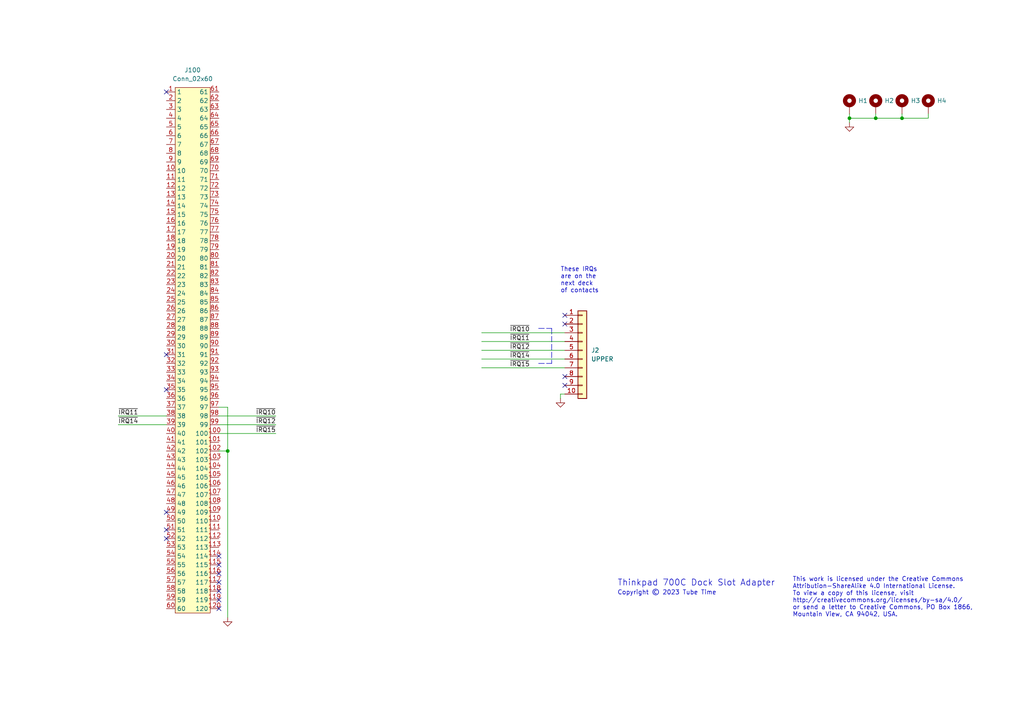
<source format=kicad_sch>
(kicad_sch (version 20211123) (generator eeschema)
  (paper "A4")
  (lib_symbols
    (symbol "700CDock:Conn_02x60"
      (property "Reference" "J" (at 0 2.54 0))
      (property "Value" "Conn_02x60" (at 5.08 0 0))
      (symbol "Conn_02x60_0_1"
        (rectangle (start 10.16 -153.67) (end 0 -1.27) (fill (type background)))
      )
      (symbol "Conn_02x60_1_1"
        (pin passive line (at -2.54 -2.54 0) (length 2.54) (name "1") (number "1"))
        (pin passive line (at -2.54 -25.4 0) (length 2.54) (name "10") (number "10"))
        (pin passive line (at 12.7 -101.6 180) (length 2.54) (name "100") (number "100"))
        (pin passive line (at 12.7 -104.14 180) (length 2.54) (name "101") (number "101"))
        (pin passive line (at 12.7 -106.68 180) (length 2.54) (name "102") (number "102"))
        (pin passive line (at 12.7 -109.22 180) (length 2.54) (name "103") (number "103"))
        (pin passive line (at 12.7 -111.76 180) (length 2.54) (name "104") (number "104"))
        (pin passive line (at 12.7 -114.3 180) (length 2.54) (name "105") (number "105"))
        (pin passive line (at 12.7 -116.84 180) (length 2.54) (name "106") (number "106"))
        (pin passive line (at 12.7 -119.38 180) (length 2.54) (name "107") (number "107"))
        (pin passive line (at 12.7 -121.92 180) (length 2.54) (name "108") (number "108"))
        (pin passive line (at 12.7 -124.46 180) (length 2.54) (name "109") (number "109"))
        (pin passive line (at -2.54 -27.94 0) (length 2.54) (name "11") (number "11"))
        (pin passive line (at 12.7 -127 180) (length 2.54) (name "110") (number "110"))
        (pin passive line (at 12.7 -129.54 180) (length 2.54) (name "111") (number "111"))
        (pin passive line (at 12.7 -132.08 180) (length 2.54) (name "112") (number "112"))
        (pin passive line (at 12.7 -134.62 180) (length 2.54) (name "113") (number "113"))
        (pin passive line (at 12.7 -137.16 180) (length 2.54) (name "114") (number "114"))
        (pin passive line (at 12.7 -139.7 180) (length 2.54) (name "115") (number "115"))
        (pin passive line (at 12.7 -142.24 180) (length 2.54) (name "116") (number "116"))
        (pin passive line (at 12.7 -144.78 180) (length 2.54) (name "117") (number "117"))
        (pin passive line (at 12.7 -147.32 180) (length 2.54) (name "118") (number "118"))
        (pin passive line (at 12.7 -149.86 180) (length 2.54) (name "119") (number "119"))
        (pin passive line (at -2.54 -30.48 0) (length 2.54) (name "12") (number "12"))
        (pin passive line (at 12.7 -152.4 180) (length 2.54) (name "120") (number "120"))
        (pin passive line (at -2.54 -33.02 0) (length 2.54) (name "13") (number "13"))
        (pin passive line (at -2.54 -35.56 0) (length 2.54) (name "14") (number "14"))
        (pin passive line (at -2.54 -38.1 0) (length 2.54) (name "15") (number "15"))
        (pin passive line (at -2.54 -40.64 0) (length 2.54) (name "16") (number "16"))
        (pin passive line (at -2.54 -43.18 0) (length 2.54) (name "17") (number "17"))
        (pin passive line (at -2.54 -45.72 0) (length 2.54) (name "18") (number "18"))
        (pin passive line (at -2.54 -48.26 0) (length 2.54) (name "19") (number "19"))
        (pin passive line (at -2.54 -5.08 0) (length 2.54) (name "2") (number "2"))
        (pin passive line (at -2.54 -50.8 0) (length 2.54) (name "20") (number "20"))
        (pin passive line (at -2.54 -53.34 0) (length 2.54) (name "21") (number "21"))
        (pin passive line (at -2.54 -55.88 0) (length 2.54) (name "22") (number "22"))
        (pin passive line (at -2.54 -58.42 0) (length 2.54) (name "23") (number "23"))
        (pin passive line (at -2.54 -60.96 0) (length 2.54) (name "24") (number "24"))
        (pin passive line (at -2.54 -63.5 0) (length 2.54) (name "25") (number "25"))
        (pin passive line (at -2.54 -66.04 0) (length 2.54) (name "26") (number "26"))
        (pin passive line (at -2.54 -68.58 0) (length 2.54) (name "27") (number "27"))
        (pin passive line (at -2.54 -71.12 0) (length 2.54) (name "28") (number "28"))
        (pin passive line (at -2.54 -73.66 0) (length 2.54) (name "29") (number "29"))
        (pin passive line (at -2.54 -7.62 0) (length 2.54) (name "3") (number "3"))
        (pin passive line (at -2.54 -76.2 0) (length 2.54) (name "30") (number "30"))
        (pin passive line (at -2.54 -78.74 0) (length 2.54) (name "31") (number "31"))
        (pin passive line (at -2.54 -81.28 0) (length 2.54) (name "32") (number "32"))
        (pin passive line (at -2.54 -83.82 0) (length 2.54) (name "33") (number "33"))
        (pin passive line (at -2.54 -86.36 0) (length 2.54) (name "34") (number "34"))
        (pin passive line (at -2.54 -88.9 0) (length 2.54) (name "35") (number "35"))
        (pin passive line (at -2.54 -91.44 0) (length 2.54) (name "36") (number "36"))
        (pin passive line (at -2.54 -93.98 0) (length 2.54) (name "37") (number "37"))
        (pin passive line (at -2.54 -96.52 0) (length 2.54) (name "38") (number "38"))
        (pin passive line (at -2.54 -99.06 0) (length 2.54) (name "39") (number "39"))
        (pin passive line (at -2.54 -10.16 0) (length 2.54) (name "4") (number "4"))
        (pin passive line (at -2.54 -101.6 0) (length 2.54) (name "40") (number "40"))
        (pin passive line (at -2.54 -104.14 0) (length 2.54) (name "41") (number "41"))
        (pin passive line (at -2.54 -106.68 0) (length 2.54) (name "42") (number "42"))
        (pin passive line (at -2.54 -109.22 0) (length 2.54) (name "43") (number "43"))
        (pin passive line (at -2.54 -111.76 0) (length 2.54) (name "44") (number "44"))
        (pin passive line (at -2.54 -114.3 0) (length 2.54) (name "45") (number "45"))
        (pin passive line (at -2.54 -116.84 0) (length 2.54) (name "46") (number "46"))
        (pin passive line (at -2.54 -119.38 0) (length 2.54) (name "47") (number "47"))
        (pin passive line (at -2.54 -121.92 0) (length 2.54) (name "48") (number "48"))
        (pin passive line (at -2.54 -124.46 0) (length 2.54) (name "49") (number "49"))
        (pin passive line (at -2.54 -12.7 0) (length 2.54) (name "5") (number "5"))
        (pin passive line (at -2.54 -127 0) (length 2.54) (name "50") (number "50"))
        (pin passive line (at -2.54 -129.54 0) (length 2.54) (name "51") (number "51"))
        (pin passive line (at -2.54 -132.08 0) (length 2.54) (name "52") (number "52"))
        (pin passive line (at -2.54 -134.62 0) (length 2.54) (name "53") (number "53"))
        (pin passive line (at -2.54 -137.16 0) (length 2.54) (name "54") (number "54"))
        (pin passive line (at -2.54 -139.7 0) (length 2.54) (name "55") (number "55"))
        (pin passive line (at -2.54 -142.24 0) (length 2.54) (name "56") (number "56"))
        (pin passive line (at -2.54 -144.78 0) (length 2.54) (name "57") (number "57"))
        (pin passive line (at -2.54 -147.32 0) (length 2.54) (name "58") (number "58"))
        (pin passive line (at -2.54 -149.86 0) (length 2.54) (name "59") (number "59"))
        (pin passive line (at -2.54 -15.24 0) (length 2.54) (name "6") (number "6"))
        (pin passive line (at -2.54 -152.4 0) (length 2.54) (name "60") (number "60"))
        (pin passive line (at 12.7 -2.54 180) (length 2.54) (name "61") (number "61"))
        (pin passive line (at 12.7 -5.08 180) (length 2.54) (name "62") (number "62"))
        (pin passive line (at 12.7 -7.62 180) (length 2.54) (name "63") (number "63"))
        (pin passive line (at 12.7 -10.16 180) (length 2.54) (name "64") (number "64"))
        (pin passive line (at 12.7 -12.7 180) (length 2.54) (name "65") (number "65"))
        (pin passive line (at 12.7 -15.24 180) (length 2.54) (name "66") (number "66"))
        (pin passive line (at 12.7 -17.78 180) (length 2.54) (name "67") (number "67"))
        (pin passive line (at 12.7 -20.32 180) (length 2.54) (name "68") (number "68"))
        (pin passive line (at 12.7 -22.86 180) (length 2.54) (name "69") (number "69"))
        (pin passive line (at -2.54 -17.78 0) (length 2.54) (name "7") (number "7"))
        (pin passive line (at 12.7 -25.4 180) (length 2.54) (name "70") (number "70"))
        (pin passive line (at 12.7 -27.94 180) (length 2.54) (name "71") (number "71"))
        (pin passive line (at 12.7 -30.48 180) (length 2.54) (name "72") (number "72"))
        (pin passive line (at 12.7 -33.02 180) (length 2.54) (name "73") (number "73"))
        (pin passive line (at 12.7 -35.56 180) (length 2.54) (name "74") (number "74"))
        (pin passive line (at 12.7 -38.1 180) (length 2.54) (name "75") (number "75"))
        (pin passive line (at 12.7 -40.64 180) (length 2.54) (name "76") (number "76"))
        (pin passive line (at 12.7 -43.18 180) (length 2.54) (name "77") (number "77"))
        (pin passive line (at 12.7 -45.72 180) (length 2.54) (name "78") (number "78"))
        (pin passive line (at 12.7 -48.26 180) (length 2.54) (name "79") (number "79"))
        (pin passive line (at -2.54 -20.32 0) (length 2.54) (name "8") (number "8"))
        (pin passive line (at 12.7 -50.8 180) (length 2.54) (name "80") (number "80"))
        (pin passive line (at 12.7 -53.34 180) (length 2.54) (name "81") (number "81"))
        (pin passive line (at 12.7 -55.88 180) (length 2.54) (name "82") (number "82"))
        (pin passive line (at 12.7 -58.42 180) (length 2.54) (name "83") (number "83"))
        (pin passive line (at 12.7 -60.96 180) (length 2.54) (name "84") (number "84"))
        (pin passive line (at 12.7 -63.5 180) (length 2.54) (name "85") (number "85"))
        (pin passive line (at 12.7 -66.04 180) (length 2.54) (name "86") (number "86"))
        (pin passive line (at 12.7 -68.58 180) (length 2.54) (name "87") (number "87"))
        (pin passive line (at 12.7 -71.12 180) (length 2.54) (name "88") (number "88"))
        (pin passive line (at 12.7 -73.66 180) (length 2.54) (name "89") (number "89"))
        (pin passive line (at -2.54 -22.86 0) (length 2.54) (name "9") (number "9"))
        (pin passive line (at 12.7 -76.2 180) (length 2.54) (name "90") (number "90"))
        (pin passive line (at 12.7 -78.74 180) (length 2.54) (name "91") (number "91"))
        (pin passive line (at 12.7 -81.28 180) (length 2.54) (name "92") (number "92"))
        (pin passive line (at 12.7 -83.82 180) (length 2.54) (name "93") (number "93"))
        (pin passive line (at 12.7 -86.36 180) (length 2.54) (name "94") (number "94"))
        (pin passive line (at 12.7 -88.9 180) (length 2.54) (name "95") (number "95"))
        (pin passive line (at 12.7 -91.44 180) (length 2.54) (name "96") (number "96"))
        (pin passive line (at 12.7 -93.98 180) (length 2.54) (name "97") (number "97"))
        (pin passive line (at 12.7 -96.52 180) (length 2.54) (name "98") (number "98"))
        (pin passive line (at 12.7 -99.06 180) (length 2.54) (name "99") (number "99"))
      )
    )
    (symbol "Connector_Generic:Conn_01x10" (pin_names (offset 1.016) hide)
      (property "Reference" "J" (at 0 12.7 0))
      (property "Value" "Conn_01x10" (at 0 -15.24 0))
      (symbol "Conn_01x10_1_1"
        (rectangle (start -1.27 -12.573) (end 0 -12.827) (stroke (width 0.1524)))
        (rectangle (start -1.27 -10.033) (end 0 -10.287) (stroke (width 0.1524)))
        (rectangle (start -1.27 -7.493) (end 0 -7.747) (stroke (width 0.1524)))
        (rectangle (start -1.27 -4.953) (end 0 -5.207) (stroke (width 0.1524)))
        (rectangle (start -1.27 -2.413) (end 0 -2.667) (stroke (width 0.1524)))
        (rectangle (start -1.27 0.127) (end 0 -0.127) (stroke (width 0.1524)))
        (rectangle (start -1.27 2.667) (end 0 2.413) (stroke (width 0.1524)))
        (rectangle (start -1.27 5.207) (end 0 4.953) (stroke (width 0.1524)))
        (rectangle (start -1.27 7.747) (end 0 7.493) (stroke (width 0.1524)))
        (rectangle (start -1.27 10.287) (end 0 10.033) (stroke (width 0.1524)))
        (rectangle (start -1.27 11.43) (end 1.27 -13.97) (stroke (width 0.254)) (fill (type background)))
        (pin passive line (at -5.08 10.16 0) (length 3.81) (name "Pin_1") (number "1"))
        (pin passive line (at -5.08 -12.7 0) (length 3.81) (name "Pin_10") (number "10"))
        (pin passive line (at -5.08 7.62 0) (length 3.81) (name "Pin_2") (number "2"))
        (pin passive line (at -5.08 5.08 0) (length 3.81) (name "Pin_3") (number "3"))
        (pin passive line (at -5.08 2.54 0) (length 3.81) (name "Pin_4") (number "4"))
        (pin passive line (at -5.08 0 0) (length 3.81) (name "Pin_5") (number "5"))
        (pin passive line (at -5.08 -2.54 0) (length 3.81) (name "Pin_6") (number "6"))
        (pin passive line (at -5.08 -5.08 0) (length 3.81) (name "Pin_7") (number "7"))
        (pin passive line (at -5.08 -7.62 0) (length 3.81) (name "Pin_8") (number "8"))
        (pin passive line (at -5.08 -10.16 0) (length 3.81) (name "Pin_9") (number "9"))
      )
    )
    (symbol "Mechanical:MountingHole_Pad" (pin_numbers hide) (pin_names (offset 1.016) hide)
      (property "Reference" "H" (at 0 6.35 0))
      (property "Value" "MountingHole_Pad" (at 0 4.445 0))
      (symbol "MountingHole_Pad_0_1"
        (circle (center 0 1.27) (radius 1.27) (stroke (width 1.27)))
      )
      (symbol "MountingHole_Pad_1_1"
        (pin input line (at 0 -2.54 90) (length 2.54) (name "1") (number "1"))
      )
    )
    (symbol "power:GND" (power) (pin_names (offset 0))
      (property "Value" "GND" (at 0 -3.81 0))
      (symbol "GND_0_1"
        (polyline (pts (xy 0 0) (xy 0 -1.27) (xy 1.27 -1.27) (xy 0 -2.54) (xy -1.27 -1.27) (xy 0 -1.27)))
      )
      (symbol "GND_1_1"
        (pin power_in line (at 0 0 270) (length 0) hide (name "GND") (number "1"))
      )
    )
  )
  (junction (at 254 34.29))
  (junction (at 261.62 34.29))
  (junction (at 246.38 34.29))
  (junction (at 66.04 130.81))
  (no_connect (at 163.83 91.44))
  (no_connect (at 163.83 93.98))
  (no_connect (at 163.83 109.22))
  (no_connect (at 163.83 111.76))
  (no_connect (at 63.5 161.29))
  (no_connect (at 48.26 148.59))
  (no_connect (at 48.26 153.67))
  (no_connect (at 48.26 156.21))
  (no_connect (at 63.5 163.83))
  (no_connect (at 63.5 166.37))
  (no_connect (at 63.5 168.91))
  (no_connect (at 63.5 171.45))
  (no_connect (at 63.5 173.99))
  (no_connect (at 63.5 176.53))
  (no_connect (at 48.26 102.87))
  (no_connect (at 48.26 113.03))
  (no_connect (at 48.26 26.67))
  (wire (pts (xy 139.7 101.6) (xy 163.83 101.6)))
  (polyline (pts (xy 156.21 105.41) (xy 160.02 105.41)))
  (wire (pts (xy 66.04 118.11) (xy 66.04 130.81)))
  (wire (pts (xy 246.38 34.29) (xy 254 34.29)))
  (wire (pts (xy 63.5 125.73) (xy 80.01 125.73)))
  (wire (pts (xy 162.56 114.3) (xy 162.56 115.57)))
  (wire (pts (xy 66.04 130.81) (xy 66.04 179.07)))
  (wire (pts (xy 63.5 130.81) (xy 66.04 130.81)))
  (wire (pts (xy 139.7 104.14) (xy 163.83 104.14)))
  (wire (pts (xy 139.7 99.06) (xy 163.83 99.06)))
  (wire (pts (xy 139.7 96.52) (xy 163.83 96.52)))
  (wire (pts (xy 63.5 118.11) (xy 66.04 118.11)))
  (wire (pts (xy 254 34.29) (xy 261.62 34.29)))
  (wire (pts (xy 34.29 120.65) (xy 48.26 120.65)))
  (wire (pts (xy 63.5 120.65) (xy 80.01 120.65)))
  (wire (pts (xy 254 34.29) (xy 254 33.02)))
  (wire (pts (xy 139.7 106.68) (xy 163.83 106.68)))
  (wire (pts (xy 261.62 34.29) (xy 261.62 33.02)))
  (wire (pts (xy 269.24 34.29) (xy 269.24 33.02)))
  (wire (pts (xy 34.29 123.19) (xy 48.26 123.19)))
  (wire (pts (xy 163.83 114.3) (xy 162.56 114.3)))
  (wire (pts (xy 246.38 33.02) (xy 246.38 34.29)))
  (wire (pts (xy 63.5 123.19) (xy 80.01 123.19)))
  (wire (pts (xy 246.38 34.29) (xy 246.38 35.56)))
  (wire (pts (xy 261.62 34.29) (xy 269.24 34.29)))
  (polyline (pts (xy 160.02 95.25) (xy 160.02 105.41)))
  (polyline (pts (xy 156.21 95.25) (xy 160.02 95.25)))
  (text "These IRQs \nare on the\nnext deck\nof contacts" (at 162.56 85.09 0) (effects (font (size 1.27 1.27)) (justify left bottom)))
  (text "This work is licensed under the Creative Commons\nAttribution-ShareAlike 4.0 International License.\nTo view a copy of this license, visit\nhttp://creativecommons.org/licenses/by-sa/4.0/\nor send a letter to Creative Commons, PO Box 1866,\nMountain View, CA 94042, USA." (at 229.87 179.07 0) (effects (font (size 1.27 1.27)) (justify left bottom)))
  (text "Copyright © 2023 Tube Time" (at 179.07 172.72 0) (effects (font (size 1.27 1.27)) (justify left bottom)))
  (text "Thinkpad 700C Dock Slot Adapter" (at 179.07 170.18 0) (effects (font (size 1.778 1.778)) (justify left bottom)))
  (label "~{IRQ11}" (at 34.29 120.65 0))
  (label "~{IRQ12}" (at 80.01 123.19 180))
  (label "~{IRQ14}" (at 34.29 123.19 0))
  (label "~{IRQ10}" (at 80.01 120.65 180))
  (label "~{IRQ10}" (at 153.67 96.52 180))
  (label "~{IRQ12}" (at 153.67 101.6 180))
  (label "~{IRQ14}" (at 153.67 104.14 180))
  (label "~{IRQ15}" (at 80.01 125.73 180))
  (label "~{IRQ11}" (at 153.67 99.06 180))
  (label "~{IRQ15}" (at 153.67 106.68 180))
  (symbol (lib_id "Mechanical:MountingHole_Pad") (at 269.24 30.48 0) (unit 1)
    (property "Reference" "H4" (at 271.78 29.2099 0) (effects (justify left)))
    (property "Value" "MountingHole_Pad" (effects hide))
    (property "Footprint" "MountingHole:MountingHole_3.2mm_M3_DIN965_Pad" (effects hide))
  )
  (symbol (lib_id "Connector_Generic:Conn_01x10") (at 168.91 101.6 0) (unit 1)
    (property "Reference" "J2" (at 171.45 101.5999 0) (effects (justify left)))
    (property "Value" "UPPER" (at 171.45 104.1399 0) (effects (justify left)))
    (property "Footprint" "Connector_PinHeader_2.54mm:PinHeader_1x10_P2.54mm_Vertical" (effects hide))
  )
  (symbol (lib_id "Mechanical:MountingHole_Pad") (at 246.38 30.48 0) (unit 1)
    (property "Reference" "H1" (at 248.92 29.2099 0) (effects (justify left)))
    (property "Value" "MountingHole_Pad" (effects hide))
    (property "Footprint" "MountingHole:MountingHole_3.2mm_M3_DIN965_Pad" (effects hide))
  )
  (symbol (lib_id "Mechanical:MountingHole_Pad") (at 261.62 30.48 0) (unit 1)
    (property "Reference" "H3" (at 264.16 29.2099 0) (effects (justify left)))
    (property "Value" "MountingHole_Pad" (effects hide))
    (property "Footprint" "MountingHole:MountingHole_3.2mm_M3_DIN965_Pad" (effects hide))
  )
  (symbol (lib_id "power:GND") (at 162.56 115.57 0) (unit 1)
    (property "Reference" "#PWR0123" (effects hide))
    (property "Value" "GND" (effects hide))
  )
  (symbol (lib_id "Mechanical:MountingHole_Pad") (at 254 30.48 0) (unit 1)
    (property "Reference" "H2" (at 256.54 29.2099 0) (effects (justify left)))
    (property "Value" "MountingHole_Pad" (effects hide))
    (property "Footprint" "MountingHole:MountingHole_3.2mm_M3_DIN965_Pad" (effects hide))
  )
  (symbol (lib_id "700CDock:Conn_02x60") (at 50.8 24.13 0) (unit 1)
    (property "Reference" "J100" (at 55.88 20.32 0))
    (property "Value" "Conn_02x60" (at 55.88 22.86 0))
    (property "Footprint" "700CDock:DockFootprint" (effects hide))
  )
  (symbol (lib_id "power:GND") (at 246.38 35.56 0) (unit 1)
    (property "Reference" "#PWR0121" (effects hide))
    (property "Value" "GND" (effects hide))
  )
  (symbol (lib_id "power:GND") (at 66.04 179.07 0) (unit 1)
    (property "Reference" "#PWR0101" (effects hide))
    (property "Value" "GND" (effects hide))
  )
)
</source>
